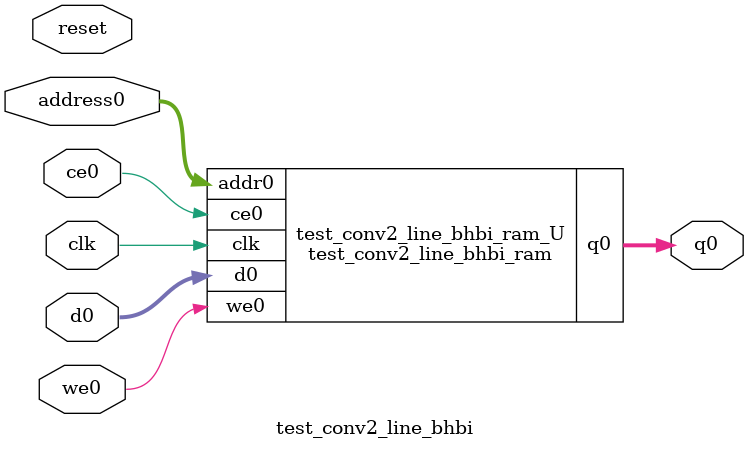
<source format=v>
`timescale 1 ns / 1 ps
module test_conv2_line_bhbi_ram (addr0, ce0, d0, we0, q0,  clk);

parameter DWIDTH = 4;
parameter AWIDTH = 8;
parameter MEM_SIZE = 162;

input[AWIDTH-1:0] addr0;
input ce0;
input[DWIDTH-1:0] d0;
input we0;
output reg[DWIDTH-1:0] q0;
input clk;

(* ram_style = "distributed" *)reg [DWIDTH-1:0] ram[0:MEM_SIZE-1];




always @(posedge clk)  
begin 
    if (ce0) begin
        if (we0) 
            ram[addr0] <= d0; 
        q0 <= ram[addr0];
    end
end


endmodule

`timescale 1 ns / 1 ps
module test_conv2_line_bhbi(
    reset,
    clk,
    address0,
    ce0,
    we0,
    d0,
    q0);

parameter DataWidth = 32'd4;
parameter AddressRange = 32'd162;
parameter AddressWidth = 32'd8;
input reset;
input clk;
input[AddressWidth - 1:0] address0;
input ce0;
input we0;
input[DataWidth - 1:0] d0;
output[DataWidth - 1:0] q0;



test_conv2_line_bhbi_ram test_conv2_line_bhbi_ram_U(
    .clk( clk ),
    .addr0( address0 ),
    .ce0( ce0 ),
    .we0( we0 ),
    .d0( d0 ),
    .q0( q0 ));

endmodule


</source>
